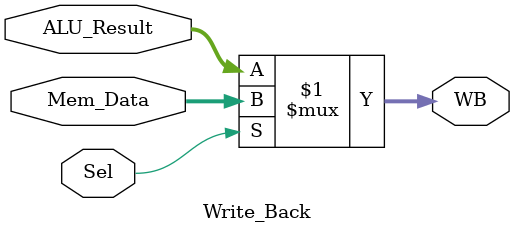
<source format=v>
/********************************************************************************************************
/		MODULE: Write_Back
/		PURPOSE: Given the possible things to writeback into the register file and a select line choose 
/				between them.
/
/		INPUTS: 
/				ALU_Result [15:0] - Output from ALU_Result
/				Mem_Data [15:0] - Output from a memory read
/				Sel - Which input to choose from
/					0 - ALU
/					1 - Memory
/
/		OUTPUTS: 
/				WB [15:0] - What to write back
********************************************************************************************************/
module Write_Back (ALU_Result, Mem_Data, Sel, WB);

	input [15:0] 	ALU_Result;
	input [15:0] 	Mem_Data;
	input 			Sel;

	output [15:0] 	WB;

	assign WB = Sel ? Mem_Data : ALU_Result;

endmodule

//Checked 3/22
</source>
